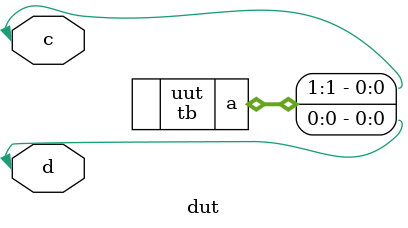
<source format=sv>
module tb (a);
 
 inout tri [1:0] a ;
 
endmodule

module dut (c,d);
inout   c;
inout  d;

tb uut (.a({c,d}));

endmodule

</source>
